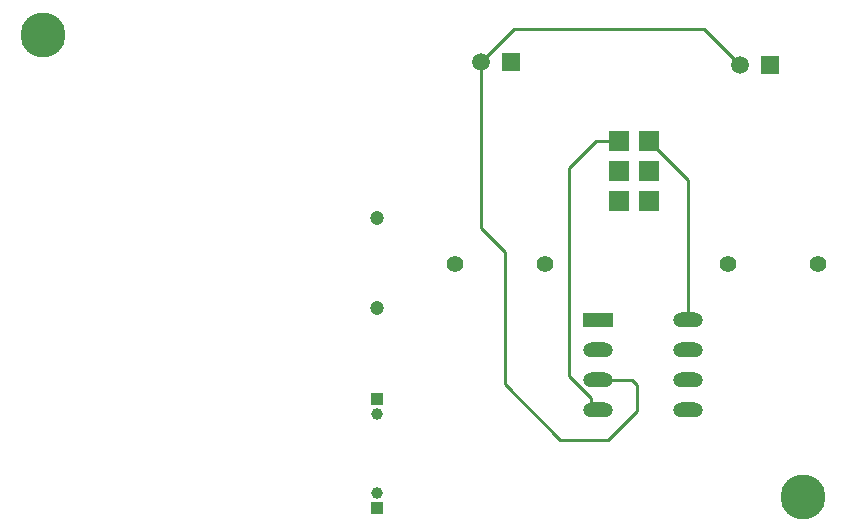
<source format=gbl>
G04*
G04 #@! TF.GenerationSoftware,Altium Limited,Altium Designer,22.1.2 (22)*
G04*
G04 Layer_Physical_Order=2*
G04 Layer_Color=16711680*
%FSLAX24Y24*%
%MOIN*%
G70*
G04*
G04 #@! TF.SameCoordinates,7A650634-9A44-4CAA-BA79-F25DBBA71C61*
G04*
G04*
G04 #@! TF.FilePolarity,Positive*
G04*
G01*
G75*
%ADD10C,0.0100*%
%ADD24C,0.1500*%
%ADD25R,0.0700X0.0700*%
%ADD26R,0.0394X0.0394*%
%ADD27C,0.0394*%
%ADD28C,0.0591*%
%ADD29R,0.0591X0.0591*%
%ADD30C,0.0551*%
%ADD31R,0.1000X0.0500*%
%ADD32O,0.1000X0.0500*%
%ADD33C,0.0472*%
D10*
X20700Y4600D02*
X21650Y5550D01*
Y6441D01*
X19100Y4600D02*
X20700D01*
X17250Y6450D02*
X19100Y4600D01*
X20350Y6600D02*
X21491D01*
X21650Y6441D01*
X17250Y6450D02*
Y10850D01*
X16450Y11650D02*
X17250Y10850D01*
X16450Y11650D02*
Y17200D01*
X23350Y8600D02*
Y13250D01*
X22050Y14550D02*
X23350Y13250D01*
X23900Y18300D02*
X25100Y17100D01*
X16450Y17200D02*
X17550Y18300D01*
X23900D01*
X20134Y5785D02*
X20319Y5600D01*
X20134Y5785D02*
Y6000D01*
X19400Y6734D02*
X20134Y6000D01*
X19400Y6734D02*
Y13650D01*
X20319Y5600D02*
X20350D01*
X20300Y14550D02*
X21050D01*
X19400Y13650D02*
X20300Y14550D01*
D24*
X27200Y2700D02*
D03*
X1850Y18100D02*
D03*
D25*
X21050Y14550D02*
D03*
Y13550D02*
D03*
Y12550D02*
D03*
X22050Y14550D02*
D03*
Y13550D02*
D03*
Y12550D02*
D03*
D26*
X13000Y2328D02*
D03*
X12983Y5944D02*
D03*
D27*
X13000Y2828D02*
D03*
X12983Y5444D02*
D03*
D28*
X25100Y17100D02*
D03*
X16450Y17200D02*
D03*
D29*
X26100Y17100D02*
D03*
X17450Y17200D02*
D03*
D30*
X27700Y10450D02*
D03*
X24700D02*
D03*
X18600D02*
D03*
X15600D02*
D03*
D31*
X20350Y8600D02*
D03*
D32*
Y7600D02*
D03*
Y6600D02*
D03*
Y5600D02*
D03*
X23350Y8600D02*
D03*
Y7600D02*
D03*
Y6600D02*
D03*
Y5600D02*
D03*
D33*
X13000Y9000D02*
D03*
Y12000D02*
D03*
M02*

</source>
